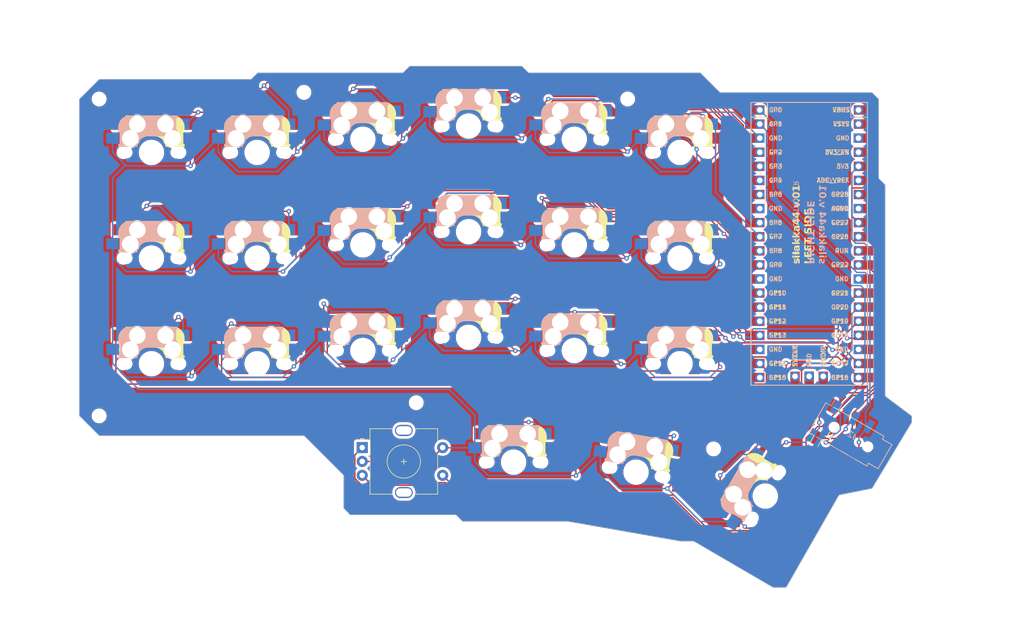
<source format=kicad_pcb>
(kicad_pcb (version 20221018) (generator pcbnew)
  (layers (0 "F.Cu" signal) (31 "B.Cu" signal) (34 "B.Paste" user) (35 "F.Paste" user) (36 "B.SilkS" user "B.Silkscreen") (37 "F.SilkS" user "F.Silkscreen") (38 "B.Mask" user) (39 "F.Mask" user) (44 "Edge.Cuts" user))
  (net 0 "")
  (net 1 "GND")
  (net 2 "1")
  (net 3 "2")
  (net 4 "3")
  (net 5 "4")
  (net 6 "5")
  (net 7 "6")
  (net 8 "7")
  (net 9 "8")
  (net 10 "9")
  (net 11 "10")
  (net 12 "11")
  (net 13 "12")
  (net 14 "13")
  (net 15 "14")
  (net 16 "15")
  (net 17 "16")
  (net 18 "17")
  (net 19 "18")
  (net 20 "19")
  (net 21 "20")
  (net 22 "21")
  (net 38 "TX")
  (net 39 "RX")
  (net 40 "3v3")
  (net 41 "22")
  (net 42 "outputA")
  (net 43 "outputB")
  (footprint "kbd:CherryMX_MidHeight_Hotswap" (layer "F.Cu") (at 113.428043 87.523705 -10)
    (fp_text reference "S19" hide)
    (fp_text value "Keyswitch" hide)
  )
  (footprint "kbd:CherryMX_MidHeight_Hotswap" (layer "F.Cu") (at 102.3 65.594375)
    (fp_text reference "S17" hide)
    (fp_text value "Keyswitch" hide)
  )
  (footprint "kbd:CherryMX_MidHeight_Hotswap" (layer "F.Cu") (at 26.1 48.925625)
    (fp_text reference "S7" hide)
    (fp_text value "Keyswitch" hide)
  )
  (footprint "MountingHole:MountingHole_2.2mm_M2" (layer "F.Cu") (at 127.396875 83.34375)
    (fp_text reference "REF**" hide)
    (fp_text value "MountingHole_2.2mm_M2" hide)
  )
  (footprint "MountingHole:MountingHole_2.2mm_M2" (layer "F.Cu") (at 16.66875 20.240625)
    (fp_text reference "REF**" hide)
    (fp_text value "MountingHole_2.2mm_M2" hide)
  )
  (footprint "kbd:CherryMX_MidHeight_Hotswap" (layer "F.Cu") (at 26.1 67.975625)
    (fp_text reference "S13" hide)
    (fp_text value "Keyswitch" hide)
  )
  (footprint "kbd:CherryMX_MidHeight_Hotswap" (layer "F.Cu") (at 121.35 29.875625)
    (fp_text reference "S6" hide)
    (fp_text value "Keyswitch" hide)
  )
  (footprint "kbd:CherryMX_MidHeight_Hotswap" (layer "F.Cu") (at 121.35 67.975625)
    (fp_text reference "S18" hide)
    (fp_text value "Keyswitch" hide)
  )
  (footprint "kbd:CherryMX_MidHeight_Hotswap" (layer "F.Cu") (at 64.2 27.494375)
    (fp_text reference "S3" hide)
    (fp_text value "Keyswitch" hide)
  )
  (footprint "kbd:CherryMX_MidHeight_Hotswap" (layer "F.Cu") (at 64.2 46.544375)
    (fp_text reference "S9" hide)
    (fp_text value "Keyswitch" hide)
  )
  (footprint "kbd:CherryMX_MidHeight_Hotswap" (layer "F.Cu") (at 45.15 48.925625)
    (fp_text reference "S8" hide)
    (fp_text value "Keyswitch" hide)
  )
  (footprint "MountingHole:MountingHole_2.2mm_M2" (layer "F.Cu") (at 53.578125 19.05)
    (fp_text reference "REF**" hide)
    (fp_text value "MountingHole_2.2mm_M2" hide)
  )
  (footprint "MountingHole:MountingHole_2.2mm_M2" (layer "F.Cu") (at 73.81875 75.009375)
    (fp_text reference "REF**" hide)
    (fp_text value "MountingHole_2.2mm_M2" hide)
  )
  (footprint "kbd:CherryMX_MidHeight_Hotswap" (layer "F.Cu") (at 91.360625 85.725)
    (fp_text reference "S20" hide)
    (fp_text value "Keyswitch" hide)
  )
  (footprint "kbd:CherryMX_MidHeight_Hotswap" (layer "F.Cu") (at 45.15 67.975625)
    (fp_text reference "S14" hide)
    (fp_text value "Keyswitch" hide)
  )
  (footprint "kbd:CherryMX_MidHeight_Hotswap" (layer "F.Cu") (at 83.25 44.163125)
    (fp_text reference "S10" hide)
    (fp_text value "Keyswitch" hide)
  )
  (footprint "ScottoKeebs_MCU:Raspberry_Pi_Pico" (layer "F.Cu") (at 144.62125 46.346875)
    (fp_text reference "U1" hide)
    (fp_text value "Raspberry_Pi_Pico" hide)
  )
  (footprint "MountingHole:MountingHole_2.2mm_M2" (layer "F.Cu") (at 111.91875 20.240625)
    (fp_text reference "REF**" hide)
    (fp_text value "MountingHole_2.2mm_M2" hide)
  )
  (footprint "kbd:CherryMX_MidHeight_Hotswap" (layer "F.Cu") (at 136.710955 91.842259 60)
    (fp_text reference "S21" hide)
    (fp_text value "Keyswitch" hide)
  )
  (footprint "kbd:CherryMX_MidHeight_Hotswap" (layer "F.Cu") (at 121.35 48.925625)
    (fp_text reference "S12" hide)
    (fp_text value "Keyswitch" hide)
  )
  (footprint "Keebio-Parts.pretty-master:RotaryEncoder_EC11" (layer "F.Cu") (at 71.58125 85.60625)
    (fp_text reference "SW1")
    (fp_text value "RotaryEncoder_Switch")
  )
  (footprint "kbd:CherryMX_MidHeight_Hotswap" (layer "F.Cu") (at 26.1 29.875625)
    (fp_text reference "S1" hide)
    (fp_text value "Keyswitch" hide)
  )
  (footprint "MountingHole:MountingHole_2.2mm_M2" (layer "F.Cu") (at 16.66875 77.390625)
    (fp_text reference "REF**" hide)
    (fp_text value "MountingHole_2.2mm_M2" hide)
  )
  (footprint "kbd:CherryMX_MidHeight_Hotswap" (layer "F.Cu") (at 83.25 25.113125)
    (fp_text reference "S4" hide)
    (fp_text value "Keyswitch" hide)
  )
  (footprint "kbd:CherryMX_MidHeight_Hotswap" (layer "F.Cu") (at 45.15 29.875625)
    (fp_text reference "S2" hide)
    (fp_text value "Keyswitch" hide)
  )
  (footprint "kbd:CherryMX_MidHeight_Hotswap" (layer "F.Cu") (at 83.25 63.213125)
    (fp_text reference "S16" hide)
    (fp_text value "Keyswitch" hide)
  )
  (footprint "kbd:CherryMX_MidHeight_Hotswap" (layer "F.Cu") (at 102.3 46.544375)
    (fp_text reference "S11" hide)
    (fp_text value "Keyswitch" hide)
  )
  (footprint "kbd:CherryMX_MidHeight_Hotswap" (layer "F.Cu") (at 64.2 65.594375)
    (fp_text reference "S15" hide)
    (fp_text value "Keyswitch" hide)
  )
  (footprint "kbd:CherryMX_MidHeight_Hotswap" (layer "F.Cu") (at 102.3 27.494375)
    (fp_text reference "S5" hide)
    (fp_text value "Keyswitch" hide)
  )
  (footprint "Connector_Audio:Jack_3.5mm_PJ320D_Horizontal" (layer "F.Cu") (at 151.045495 80.556554 150)
    (fp_text reference "J1")
    (fp_text value "AudioJack4")
  )
  (footprint "Connector_Audio:Jack_3.5mm_PJ320D_Horizontal" (layer "B.Cu") (at 151.045495 80.556554 150)
    (fp_text reference "J2")
    (fp_text value "AudioJack4")
  )
  (gr_poly (pts (xy 13.096875 77.390625) (xy 16.66875 80.9625) (xy 53.578125 80.9625) (xy 55.959375 83.34375) (xy 60.721875 88.10625) (xy 60.721875 94.059375) (xy 61.9125 95.25) (xy 80.9625 95.25) (xy 82.153125 96.440625) (xy 101.203125 96.440625) (xy 121.44375 100.0125) (xy 123.825 100.0125) (xy 138.1125 108.346875) (xy 140.49375 108.346875) (xy 150.01875 91.678125) (xy 155.971875 90.4875) (xy 163.115625 78.58125) (xy 163.115625 77.390625) (xy 158.353125 73.81875) (xy 158.353125 35.71875) (xy 157.1625 34.528125) (xy 157.1625 20.240625) (xy 155.971875 19.05) (xy 128.5875 19.05) (xy 125.015625 15.478125) (xy 94.059375 15.478125) (xy 92.86875 14.2875) (xy 72.628125 14.2875) (xy 71.4375 15.478125) (xy 45.24375 15.478125) (xy 44.053125 16.66875) (xy 16.66875 16.66875) (xy 15.478125 17.859375) (xy 13.096875 20.240625)) (stroke (width 0.1)) (fill none) (layer "Edge.Cuts"))
  (gr_text "silakka44 v.01\nRIGHT SIDE" (at 144.065625 50.00625 270) (layer "B.SilkS") (effects (font (size 1.27 1.27) (thickness 0.254) bold) (justify left bottom mirror)))
  (gr_text "FLIP THE CONTROLLER" (at 141.684375 50.00625 270) (layer "B.SilkS") (effects (font (size 0.889 0.889) (thickness 0.127)) (justify left bottom mirror)))
  (gr_text "silakka44 v.01\nLEFT SIDE" (at 145.25625 50.00625 90) (layer "F.SilkS") (effects (font (size 1.27 1.27) (thickness 0.254) bold) (justify left bottom)))
  (segment (start 90.25 24.765625) (end 92.849375 27.365) (width 0.25) (layer "F.Cu") (net 1))
  (segment (start 128.35 29.829458) (end 126.978833 31.200625) (width 0.25) (layer "F.Cu") (net 1))
  (segment (start 128.5875 50.00625) (end 128.35 49.76875) (width 0.25) (layer "F.Cu") (net 1))
  (segment (start 128.35 65.395625) (end 128.35 68.338125) (width 0.25) (layer "F.Cu") (net 1))
  (segment (start 52.15 65.395625) (end 52.15 68.064376) (width 0.25) (layer "F.Cu") (net 1))
  (segment (start 109.3 27.146875) (end 111.899375 29.74625) (width 0.25) (layer "F.Cu") (net 1))
  (segment (start 126.978833 31.200625) (end 125.442588 31.200625) (width 0.25) (layer "F.Cu") (net 1))
  (segment (start 33.1 46.345625) (end 33.1 51.305625) (width 0.25) (layer "F.Cu") (net 1))
  (segment (start 109.3 63.014375) (end 109.3 66.59125) (width 0.25) (layer "F.Cu") (net 1))
  (segment (start 52.15 68.064376) (end 51.772813 68.441563) (width 0.25) (layer "F.Cu") (net 1))
  (segment (start 71.2 27.146875) (end 71.418125 27.365) (width 0.25) (layer "F.Cu") (net 1))
  (segment (start 128.35 49.76875) (end 128.35 46.345625) (width 0.25) (layer "F.Cu") (net 1))
  (segment (start 64.08125 85.60625) (end 76.08125 85.60625) (width 0.25) (layer "F.Cu") (net 1))
  (segment (start 124.337231 30.095268) (end 124.337231 29.321966) (width 0.25) (layer "F.Cu") (net 1))
  (segment (start 33.1 70.009375) (end 33.318125 70.2275) (width 0.25) (layer "F.Cu") (net 1))
  (segment (start 33.1 51.305625) (end 33.145 51.350625) (width 0.25) (layer "F.Cu") (net 1))
  (segment (start 90.25 60.633125) (end 90.25 64.21) (width 0.25) (layer "F.Cu") (net 1))
  (segment (start 90.25 22.533125) (end 90.25 24.765625) (width 0.25) (layer "F.Cu") (net 1))
  (segment (start 71.2 63.014375) (end 71.2 65.683126) (width 0.25) (layer "F.Cu") (net 1))
  (segment (start 128.35 27.295625) (end 128.35 29.829458) (width 0.25) (layer "F.Cu") (net 1))
  (segment (start 52.15 27.295625) (end 52.15 29.528125) (width 0.25) (layer "F.Cu") (net 1))
  (segment (start 140.49375 82.153125) (end 140.313565 82.153125) (width 0.25) (layer "F.Cu") (net 1))
  (segment (start 33.1 32.255625) (end 33.145 32.300625) (width 0.25) (layer "F.Cu") (net 1))
  (segment (start 134.655206 97.63125) (end 141.684375 90.602081) (width 0.25) (layer "F.Cu") (net 1))
  (segment (start 90.25 41.583125) (end 90.25 44.161875) (width 0.25) (layer "F.Cu") (net 1))
  (segment (start 109.3 66.59125) (end 110.728125 68.019375) (width 0.25) (layer "F.Cu") (net 1))
  (segment (start 146.446875 78.58125) (end 146.446875 77.237916) (width 0.25) (layer "F.Cu") (net 1))
  (segment (start 138.172019 84.490081) (end 137.976609 84.490081) (width 0.25) (layer "F.Cu") (net 1))
  (segment (start 119.0625 90.4875) (end 120.76971 88.78029) (width 0.25) (layer "F.Cu") (net 1))
  (segment (start 98.360625 83.145) (end 102.599765 87.38414) (width 0.25) (layer "F.Cu") (net 1))
  (segment (start 125.442588 31.200625) (end 124.337231 30.095268) (width 0.25) (layer "F.Cu") (net 1))
  (segment (start 90.25 64.21) (end 91.678125 65.638125) (width 0.25) (layer "F.Cu") (net 1))
  (segment (start 52.15 46.345625) (end 52.15 49.014375) (width 0.25) (layer "F.Cu") (net 1))
  (segment (start 90.25 44.161875) (end 92.67625 46.588125) (width 0.25) (layer "F.Cu") (net 1))
  (segment (start 133.023857 97.357091) (end 133.298016 97.63125) (width 0.25) (layer "F.Cu") (net 1))
  (segment (start 133.298016 97.63125) (end 134.655206 97.63125) (width 0.25) (layer "F.Cu") (net 1))
  (segment (start 146.446875 77.237916) (end 148.40532 75.279471) (width 0.25) (layer "F.Cu") (net 1))
  (segment (start 141.684375 90.602081) (end 141.684375 88.002437) (width 0.25) (layer "F.Cu") (net 1))
  (segment (start 140.313565 82.153125) (end 137.976609 84.490081) (width 0.25) (layer "F.Cu") (net 1))
  (segment (start 141.684375 88.002437) (end 138.172019 84.490081) (width 0.25) (layer "F.Cu") (net 1))
  (segment (start 52.15 29.528125) (end 52.368125 29.74625) (width 0.25) (layer "F.Cu") (net 1))
  (segment (start 33.1 27.295625) (end 33.1 32.255625) (width 0.25) (layer "F.Cu") (net 1))
  (segment (start 102.599765 87.38414) (end 102.599765 88.15) (width 0.25) (layer "F.Cu") (net 1))
  (segment (start 76.08125 85.60625) (end 78.58125 83.10625) (width 0.25) (layer "F.Cu") (net 1))
  (segment (start 109.3 46.543125) (end 111.72625 48.969375) (width 0.25) (layer "F.Cu") (net 1))
  (segment (start 71.2 43.964375) (end 71.2 46.633125) (width 0.25) (layer "F.Cu") (net 1))
  (segment (start 52.15 49.014375) (end 49.81375 51.350625) (width 0.25) (layer "F.Cu") (net 1))
  (segment (start 71.2 46.633125) (end 69.036875 48.79625) (width 0.25) (layer "F.Cu") (net 1))
  (segment (start 128.35 68.338125) (end 128.5875 68.575625) (width 0.25) (layer "F.Cu") (net 1))
  (segment (start 33.1 65.395625) (end 33.1 70.009375) (width 0.25) (layer "F.Cu") (net 1))
  (segment (start 109.3 24.914375) (end 109.3 27.146875) (width 0.25) (layer "F.Cu") (net 1))
  (segment (start 71.2 24.914375) (end 71.2 27.146875) (width 0.25) (layer "F.Cu") (net 1))
  (segment (start 120.76971 88.78029) (end 120.76971 86.198438) (width 0.25) (layer "F.Cu") (net 1))
  (segment (start 71.2 65.683126) (end 69.640822 67.242304) (width 0.25) (layer "F.Cu") (net 1))
  (segment (start 109.3 43.964375) (end 109.3 46.543125) (width 0.25) (layer "F.Cu") (net 1))
  (via (at 128.5875 68.575625) (size 0.8) (drill 0.4) (layers "F.Cu" "B.Cu") (net 1))
  (via (at 33.145 51.350625) (size 0.8) (drill 0.4) (layers "F.Cu" "B.Cu") (net 1))
  (via (at 91.678125 65.638125) (size 0.8) (drill 0.4) (layers "F.Cu" "B.Cu") (net 1))
  (via (at 69.036875 48.79625) (size 0.8) (drill 0.4) (layers "F.Cu" "B.Cu") (net 1))
  (via (at 52.368125 29.74625) (size 0.8) (drill 0.4) (layers "F.Cu" "B.Cu") (net 1))
  (via (at 33.145 32.300625) (size 0.8) (drill 0.4) (layers "F.Cu" "B.Cu") (net 1))
  (via (at 124.337231 29.321966) (size 0.8) (drill 0.4) (layers "F.Cu" "B.Cu") (net 1))
  (via (at 140.49375 82.153125) (size 0.8) (drill 0.4) (layers "F.Cu" "B.Cu") (net 1))
  (via (at 92.849375 27.365) (size 0.8) (drill 0.4) (layers "F.Cu" "B.Cu") (net 1))
  (via (at 111.72625 48.969375) (size 0.8) (drill 0.4) (layers "F.Cu" "B.Cu") (net 1))
  (via (at 71.418125 27.365) (size 0.8) (drill 0.4) (layers "F.Cu" "B.Cu") (net 1))
  (via (at 119.0625 90.4875) (size 0.8) (drill 0.4) (layers "F.Cu" "B.Cu") (net 1))
  (via (at 51.772813 68.441563) (size 0.8) (drill 0.4) (layers "F.Cu" "B.Cu") (net 1))
  (via (at 33.318125 70.2275) (size 0.8) (drill 0.4) (layers "F.Cu" "B.Cu") (net 1))
  (via (at 110.728125 68.019375) (size 0.8) (drill 0.4) (layers "F.Cu" "B.Cu") (net 1))
  (via (at 128.5875 50.00625) (size 0.8) (drill 0.4) (layers "F.Cu" "B.Cu") (net 1))
  (via (at 111.899375 29.74625) (size 0.8) (drill 0.4) (layers "F.Cu" "B.Cu") (net 1))
  (via (at 146.446875 78.58125) (size 0.8) (drill 0.4) (layers "F.Cu" "B.Cu") (net 1))
  (via (at 102.599765 88.15) (size 0.8) (drill 0.4) (layers "F.Cu" "B.Cu") (net 1))
  (via (at 69.640822 67.242304) (size 0.8) (drill 0.4) (layers "F.Cu" "B.Cu") (net 1))
  (via (at 49.81375 51.350625) (size 0.8) (drill 0.4) (layers "F.Cu" "B.Cu") (net 1))
  (via (at 92.67625 46.588125) (size 0.8) (drill 0.4) (layers "F.Cu" "B.Cu") (net 1))
  (via (at 133.023857 97.357091) (size 0.8) (drill 0.4) (layers "F.Cu" "B.Cu") (net 1))
  (segment (start 57.2 27.448208) (end 59.671167 29.919375) (width 0.25) (layer "B.Cu") (net 1))
  (segment (start 23.798667 72.628125) (end 79.771875 72.628125) (width 0.25) (layer "B.Cu") (net 1))
  (segment (start 143.910832 82.153125) (end 140.49375 82.153125) (width 0.25) (layer "B.Cu") (net 1))
  (segment (start 97.771167 29.919375) (end 111.72625 29.919375) (width 0.25) (layer "B.Cu") (net 1))
  (segment (start 123.4121 22.621875) (end 131.05625 22.621875) (width 0.25) (layer "B.Cu") (net 1))
  (segment (start 78.62 83.145) (end 78.58125 83.10625) (width 0.25) (layer "B.Cu") (net 1))
  (segment (start 92.67625 65.638125) (end 95.3 63.014375) (width 0.25) (layer "B.Cu") (net 1))
  (segment (start 76.25 60.633125) (end 76.25 63.166958) (width 0.25) (layer "B.Cu") (net 1))
  (segment (start 38.15 29.829458) (end 41.658042 33.3375) (width 0.25) (layer "B.Cu") (net 1))
  (segment (start 59.671167 29.919375) (end 68.86375 29.919375) (width 0.25) (layer "B.Cu") (net 1))
  (segment (start 38.15 67.929458) (end 40.621167 70.400625) (width 0.25) (layer "B.Cu") (net 1))
  (segment (start 114.35 29.829458) (end 117.858042 33.3375) (width 0.25) (layer "B.Cu") (net 1))
  (segment (start 95.3 24.914375) (end 95.3 27.448208) (width 0.25) (layer "B.Cu") (net 1))
  (segment (start 38.15 48.879458) (end 40.621167 51.350625) (width 0.25) (layer "B.Cu") (net 1))
  (segment (start 92.67625 27.538125) (end 92.849375 27.365) (width 0.25) (layer "B.Cu") (net 1))
  (segment (start 131.05625 22.621875) (end 135.73125 27.296875) (width 0.25) (layer "B.Cu") (net 1))
  (segment (start 111.72625 48.969375) (end 114.35 46.345625) (width 0.25) (layer "B.Cu") (net 1))
  (segment (start 92.67625 46.588125) (end 95.3 43.964375) (width 0.25) (layer "B.Cu") (net 1))
  (segment (start 78.721167 65.638125) (end 91.678125 65.638125) (width 0.25) (layer "B.Cu") (net 1))
  (segment (start 76.25 25.066958) (end 78.721167 27.538125) (width 0.25) (layer "B.Cu") (net 1))
  (segment (start 114.35 48.879458) (end 117.858042 52.3875) (width 0.25) (layer "B.Cu") (net 1))
  (segment (start 95.3 65.548208) (end 97.771167 68.019375) (width 0.25) (layer "B.Cu") (net 1))
  (segment (start 114.35 46.345625) (end 114.35 48.879458) (width 0.25) (layer "B.Cu") (net 1))
  (segment (start 19.1 67.929458) (end 23.798667 72.628125) (width 0.25) (layer "B.Cu") (net 1))
  (segment (start 124.38335 29.210624) (end 122.015 26.842274) (width 0.25) (layer "B.Cu") (net 1))
  (segment (start 41.658042 33.3375) (end 48.776875 33.3375) (width 0.25) (layer "B.Cu") (net 1))
  (segment (start 33.145 32.300625) (end 38.15 27.295625) (width 0.25) (layer "B.Cu") (net 1))
  (segment (start 79.771875 72.628125) (end 84.360625 77.216875) (width 0.25) (layer "B.Cu") (net 1))
  (segment (start 84.360625 83.145) (end 84.360625 85.678833) (width 0.25) (layer "B.Cu") (net 1))
  (segment (start 91.678125 65.638125) (end 92.67625 65.638125) (width 0.25) (layer "B.Cu") (net 1))
  (segment (start 19.1 46.345625) (end 19.1 65.395625) (width 0.25) (layer "B.Cu") (net 1))
  (segment (start 76.25 44.116958) (end 78.721167 46.588125) (width 0.25) (layer "B.Cu") (net 1))
  (segment (start 57.2 46.498208) (end 60.708042 50.00625) (width 0.25) (layer "B.Cu") (net 1))
  (segment (start 145.15532 80.908637) (end 143.910832 82.153125) (width 0.25) (layer "B.Cu") (net 1))
  (segment (start 95.3 63.014375) (end 95.3 65.548208) (width 0.25) (layer "B.Cu") (net 1))
  (segment (start 132.107391 96.440625) (end 129.778125 96.440625) (width 0.25) (layer "B.Cu") (net 1))
  (segment (start 19.1 65.395625) (end 19.1 67.929458) (width 0.25) (layer "B.Cu") (net 1))
  (segment (start 76.25 41.583125) (end 76.25 44.116958) (width 0.25) (layer "B.Cu") (net 1))
  (segment (start 21.424333 32.153792) (end 21.571167 32.300625) (width 0.25) (layer "B.Cu") (net 1))
  (segment (start 57.2 65.548208) (end 59.671167 68.019375) (width 0.25) (layer "B.Cu") (net 1))
  (segment (start 84.360625 83.145) (end 78.62 83.145) (width 0.25) (layer "B.Cu") (net 1))
  (segment (start 130.802797 96.440625) (end 130.976609 96.614437) (width 0.25) (layer "B.Cu") (net 1))
  (segment (start 129.778125 96.440625) (end 130.802797 96.440625) (width 0.25) (layer "B.Cu") (net 1))
  (segment (start 33.145 51.350625) (end 38.15 46.345625) (width 0.25) (layer "B.Cu") (net 1))
  (segment (start 19.1 48.879458) (end 21.571167 51.350625) (width 0.25) (layer "B.Cu") (net 1))
  (segment (start 19.1 67.929458) (end 21.571167 70.400625) (width 0.25) (layer "B.Cu") (net 1))
  (segment (start 38.15 27.295625) (end 38.15 29.829458) (width 0.25) (layer "B.Cu") (net 1))
  (segment (start 40.621167 51.350625) (end 49.81375 51.350625) (width 0.25) (layer "B.Cu") (net 1))
  (segment (start 38.15 46.345625) (end 38.15 48.879458) (width 0.25) (layer "B.Cu") (net 1))
  (segment (start 114.35 27.295625) (end 114.35 29.829458) (width 0.25) (layer "B.Cu") (net 1))
  (segment (start 60.708042 50.00625) (end 67.826875 50.00625) (width 0.25) (layer "B.Cu") (net 1))
  (segment (start 126.20625 52.3875) (end 128.5875 50.00625) (width 0.25) (layer "B.Cu") (net 1))
  (segment (start 57.2 24.914375) (end 57.2 27.448208) (width 0.25) (layer "B.Cu") (net 1))
  (segment (start 76.25 63.166958) (end 78.721167 65.638125) (width 0.25) (layer "B.Cu") (net 1))
  (segment (start 71.418125 27.365) (end 76.25 22.533125) (width 0.25) (layer "B.Cu") (net 1))
  (segment (start 92.849375 27.365) (end 95.3 24.914375) (width 0.25) (layer "B.Cu") (net 1))
  (segment (start 126.7625 70.400625) (end 116.821167 70.400625) (width 0.25) (layer "B.Cu") (net 1))
  (segment (start 21.571167 32.300625) (end 33.145 32.300625) (width 0.25) (layer "B.Cu") (net 1))
  (segment (start 97.771167 68.019375) (end 110.728125 68.019375) (width 0.25) (layer "B.Cu") (net 1))
  (segment (start 38.15 65.395625) (end 38.15 67.929458) (width 0.25) (layer "B.Cu") (net 1))
  (segment (start 95.3 46.498208) (end 97.771167 48.969375) (width 0.25) (layer "B.Cu") (net 1))
  (segment (start 145.15532 80.908637) (end 146.446875 79.617082) (width 0.25) (layer "B.Cu") (net 1))
  (segment (start 111.72625 68.019375) (end 114.35 65.395625) (width 0.25) (layer "B.Cu") (net 1))
  (segment (start 59.671167 68.019375) (end 68.86375 68.019375) (width 0.25) (layer "B.Cu") (net 1))
  (segment (start 146.446875 79.617082) (end 146.446875 78.58125) (width 0.25) (layer "B.Cu") (net 1))
  (segment (start 19.1 46.345625) (end 19.1 48.879458) (width 0.25) (layer "B.Cu") (net 1))
  (segment (start 122.015 26.842274) (end 122.015 24.018975) (width 0.25) (layer "B.Cu") (net 1))
  (segment (start 110.728125 68.019375) (end 111.72625 68.019375) (width 0.25) (layer "B.Cu") (net 1))
  (segment (start 111.72625 29.919375) (end 111.899375 29.74625) (width 0.25) (layer "B.Cu") (net 1))
  (segment (start 57.2 43.964375) (end 57.2 46.498208) (width 0.25) (layer "B.Cu") (net 1))
  (segment (start 51.772813 68.441563) (end 57.2 63.014375) (width 0.25) (layer "B.Cu") (net 1))
  (segment (start 78.721167 46.588125) (end 92.67625 46.588125) (width 0.25) (layer "B.Cu") (net 1))
  (segment (start 19.1 27.295625) (end 19.1 29.829458) (width 0.25) (layer "B.Cu") (net 1))
  (segment (start 95.3 43.964375) (end 95.3 46.498208) (width 0.25) (layer "B.Cu") (net 1))
  (segment (start 86.831792 88.15) (end 102.599765 88.15) (width 0.25) (layer "B.Cu") (net 1))
  (segment (start 119.0625 90.4875) (end 110.397315 90.4875) (width 0.25) (layer "B.Cu") (net 1))
  (segment (start 49.81375 70.400625) (end 51.772813 68.441563) (width 0.25) (layer "B.Cu") (net 1))
  (segment (start 116.821167 70.400625) (end 114.35 67.929458) (width 0.25) (layer "B.Cu") (net 1))
  (segment (start 33.318125 70.2275) (end 38.15 65.395625) (width 0.25) (layer "B.Cu") (net 1))
  (segment (start 33.145 70.400625) (end 33.318125 70.2275) (width 0.25) (layer "B.Cu") (net 1))
  (segment (start 95.3 27.448208) (end 97.771167 29.919375) (width 0.25) (layer "B.Cu") (net 1))
  (segment (start 67.826875 50.00625) (end 69.036875 48.79625) (width 0.25) (layer "B.Cu") (net 1))
  (segment (start 19.1 46.345625) (end 19.1 34.478125) (width 0.25) (layer "B.Cu") (net 1))
  (segment (start 69.036875 48.79625) (end 76.25 41.583125) (width 0.25) (layer "B.Cu") (net 1))
  (segment (start 57.2 63.014375) (end 57.2 65.548208) (width 0.25) (layer "B.Cu") (net 1))
  (segment (start 19.1 29.829458) (end 21.424333 32.153792) (width 0.25) (layer "B.Cu") (net 1))
  (segment (start 78.721167 27.538125) (end 92.67625 27.538125) (width 0.25) (layer "B.Cu") (net 1))
  (segment (start 124.38335 31.5146) (end 124.38335 29.210624) (width 0.25) (layer "B.Cu") (net 1))
  (segment (start 128.5875 68.575625) (end 126.7625 70.400625) (width 0.25) (layer "B.Cu") (net 1))
  (segment (start 52.368125 29.74625) (end 57.2 24.914375) (width 0.25) (layer "B.Cu") (net 1))
  (segment (start 21.571167 51.350625) (end 33.145 51.350625) (width 0.25) (layer "B.Cu") (net 1))
  (segment (start 76.25 22.533125) (end 76.25 25.066958) (width 0.25) (layer "B.Cu") (net 1))
  (segment (start 19.1 34.478125) (end 21.424333 32.153792) (width 0.25) (layer "B.Cu") (net 1))
  (segment (start 114.35 67.929458) (end 114.35 65.395625) (width 0.25) (layer "B.Cu") (net 1))
  (segment (start 117.858042 52.3875) (end 126.20625 52.3875) (width 0.25) (layer "B.Cu") (net 1))
  (segment (start 117.858042 33.3375) (end 122.56045 33.3375) (width 0.25) (layer "B.Cu") (net 1))
  (segment (start 133.023857 97.357091) (end 132.107391 96.440625) (width 0.25) (layer "B.Cu") (net 1))
  (segment (start 68.86375 68.019375) (end 76.25 60.633125) (width 0.25) (layer "B.Cu") (net 1))
  (segment (start 84.360625 77.216875) (end 84.360625 83.145) (width 0.25) (layer "B.Cu") (net 1))
  (segment (start 106.982401 87.072586) (end 106.982401 83.767364) (width 0.25) (layer "B.Cu") (net 1))
  (segment (start 84.360625 85.678833) (end 86.831792 88.15) (width 0.25) (layer "B.Cu") (net 1))
  (segment (start 102.599765 88.15) (end 106.982401 83.767364) (width 0.25) (layer "B.Cu") (net 1))
  (segment (start 122.56045 33.3375) (end 124.38335 31.5146) (width 0.25) (layer "B.Cu") (net 1))
  (segment (start 111.899375 29.74625) (end 114.35 27.295625) (width 0.25) (layer "B.Cu") (net 1))
  (segment (start 110.397315 90.4875) (end 106.982401 87.072586) (width 0.25) (layer "B.Cu") (net 1))
  (segment (start 125.015625 96.440625) (end 119.0625 90.4875) (width 0.25) (layer "B.Cu") (net 1))
  (segment (start 40.621167 70.400625) (end 49.81375 70.400625) (width 0.25) (layer "B.Cu") (net 1))
  (segment (start 97.771167 48.969375) (end 111.72625 48.969375) (width 0.25) (layer "B.Cu") (net 1))
  (segment (start 48.776875 33.3375) (end 52.368125 29.74625) (width 0.25) (layer "B.Cu") (net 1))
  (segment (start 122.015 24.018975) (end 123.4121 22.621875) (width 0.25) (layer "B.Cu") (net 1))
  (segment (start 49.81375 51.350625) (end 57.2 43.964375) (width 0.25) (layer "B.Cu") (net 1))
  (segment (start 21.571167 70.400625) (end 33.145 70.400625) (width 0.25) (layer "B.Cu") (net 1))
  (segment (start 129.778125 96.440625) (end 125.015625 96.440625) (width 0.25) (layer "B.Cu") (net 1))
  (segment (start 68.86375 29.919375) (end 71.418125 27.365) (width 0.25) (layer "B.Cu") (net 1))
  (segment (start 34.528125 22.621875) (end 22.53375 22.621875) (width 0.25) (layer "F.Cu") (net 2))
  (segment (start 134.12125 29.836875) (end 132.75625 28.471875) (width 0.25) (layer "F.Cu") (net 2))
  (segment (start 22.53375 22.621875) (end 20.4 24.755625) (width 0.25) (layer "F.Cu") (net 2))
  (segment (start 132.75625 24.963604) (end 124.600771 16.808125) (width 0.25) (layer "F.Cu") (net 2))
  (segment (start 132.75625 28.471875) (end 132.75625 24.963604) (width 0.25) (layer "F.Cu") (net 2))
  (segment (start 39.290625 22.621875) (end 34.528125 22.621875) (width 0.25) (layer "F.Cu") (net 2))
  (segment (start 135.73125 29.836875) (end 134.12125 29.836875) (width 0.25) (layer "F.Cu") (net 2))
  (segment (start 45.104375 16.808125) (end 39.290625 22.621875) (width 0.25) (layer "F.Cu") (net 2))
  (segment (start 124.600771 16.808125) (end 45.104375 16.808125) (width 0.25) (layer "F.Cu") (net 2))
  (via (at 34.528125 22.621875) (size 0.8) (drill 0.4) (layers "F.Cu" "B.Cu") (net 2))
  (segment (start 32.394375 24.755625) (end 34.528125 22.621875) (width 0.25) (layer "B.Cu") (net 2))
  (segment (start 31.8 24.755625) (end 32.394375 24.755625) (width 0.25) (layer "B.Cu") (net 2))
  (segment (start 46.390312 17.815312) (end 39.45 24.755625) (width 0.25) (layer "F.Cu") (net 3))
  (segment (start 132.217646 32.376875) (end 132.217646 25.061396) (width 0.25) (layer "F.Cu") (net 3))
  (segment (start 46.9475 17.258125) (end 46.390312 17.815312) (width 0.25) (layer "F.Cu") (net 3))
  (segment (start 135.73125 32.376875) (end 132.217646 32.376875) (width 0.25) (layer "F.Cu") (net 3))
  (segment (start 132.217646 25.061396) (end 124.414375 17.258125) (width 0.25) (layer "F.Cu") (net 3))
  (segment (start 124.414375 17.258125) (end 46.9475 17.258125) (width 0.25) (layer "F.Cu") (net 3))
  (via (at 46.390312 17.815312) (size 0.8) (drill 0.4) (layers "F.Cu" "B.Cu") (net 3))
  (segment (start 50.85 22.275) (end 46.390312 17.815312) (width 0.25) (layer "B.Cu") (net 3))
  (segment (start 50.85 24.755625) (end 50.85 22.275) (width 0.25) (layer "B.Cu") (net 3))
  (segment (start 63.16625 17.708125) (end 62.46375 18.410625) (width 0.25) (layer "F.Cu") (net 4))
  (segment (start 131.41875 32.214375) (end 131.41875 25.370958) (width 0.25) (layer "F.Cu") (net 4))
  (segment (start 123.755917 17.708125) (end 63.16625 17.708125) (width 0.25) (layer "F.Cu") (net 4))
  (segment (start 134.12125 34.916875) (end 131.41875 32.214375) (width 0.25) (layer "F.Cu") (net 4))
  (segment (start 62.46375 18.410625) (end 58.5 22.374375) (width 0.25) (layer "F.Cu") (net 4))
  (segment (start 135.73125 34.916875) (end 134.12125 34.916875) (width 0.25) (layer "F.Cu") (net 4))
  (segment (start 131.41875 25.370958) (end 123.755917 17.708125) (width 0.25) (layer "F.Cu") (net 4))
  (via (at 62.46375 18.410625) (size 0.8) (drill 0.4) (layers "F.Cu" "B.Cu") (net 4))
  (segment (start 65.93625 18.410625) (end 62.46375 18.410625) (width 0.25) (layer "B.Cu") (net 4))
  (segment (start 69.9 22.374375) (end 65.93625 18.410625) (width 0.25) (layer "B.Cu") (net 4))
  (segment (start 131.51625 37.456875) (end 130.96875 36.909375) (width 0.25) (layer "F.Cu") (net 5))
  (segment (start 130.96875 36.909375) (end 130.96875 25.557354) (width 0.25) (layer "F.Cu") (net 5))
  (segment (start 135.73125 37.456875) (end 131.51625 37.456875) (width 0.25) (layer "F.Cu") (net 5))
  (segment (start 123.569521 18.158125) (end 96.440625 18.158125) (width 0.25) (layer "F.Cu") (net 5))
  (segment (start 91.678125 19.993125) (end 94.605625 19.993125) (width 0.25) (layer "F.Cu") (net 5))
  (segment (start 96.440625 18.158125) (end 79.385 18.158125) (width 0.25) (layer "F.Cu") (net 5))
  (segment (start 94.605625 19.993125) (end 96.440625 18.158125) (width 0.25) (layer "F.Cu") (net 5))
  (segment (start 79.385 18.158125) (end 77.55 19.993125) (width 0.25) (layer "F.Cu") (net 5))
  (segment (start 130.96875 25.557354) (end 123.569521 18.158125) (width 0.25) (layer "F.Cu") (net 5))
  (via (at 91.678125 19.993125) (size 0.8) (drill 0.4) (layers "F.Cu" "B.Cu") (net 5))
  (segment (start 88.95 19.993125) (end 91.678125 19.993125) (width 0.25) (layer "B.Cu") (net 5))
  (segment (start 134.12125 42.536875) (end 129.825 38.240625) (width 0.25) (layer "F.Cu") (net 6))
  (segment (start 97.63125 20.240625) (end 96.6 21.271875) (width 0.25) (layer "F.Cu") (net 6))
  (segment (start 125.314375 20.539375) (end 114.3 20.539375) (width 0.25) (layer "F.Cu") (net 6))
  (segment (start 109.5375 20.539375) (end 109.5375 21.006001) (width 0.25) (layer "F.Cu") (net 6))
  (segment (start 96.6 21.271875) (end 96.6 22.374375) (width 0.25) (layer "F.Cu") (net 6))
  (segment (start 114.3 21.006001) (end 114.3 20.539375) (width 0.25) (layer "F.Cu") (net 6))
  (segment (start 135.73125 42.536875) (end 134.12125 42.536875) (width 0.25) (layer "F.Cu") (net 6))
  (segment (start 109.5375 21.006001) (end 111.153374 22.621875) (width 0.25) (layer "F.Cu") (net 6))
  (segment (start 109.5375 20.539375) (end 98.435 20.539375) (width 0.25) (layer "F.Cu") (net 6))
  (segment (start 98.435 20.539375) (end 96.6 22.374375) (width 0.25) (layer "F.Cu") (net 6))
  (segment (start 111.153374 22.621875) (end 112.684126 22.621875) (width 0.25) (layer "F.Cu") (net 6))
  (segment (start 129.825 25.05) (end 125.314375 20.539375) (width 0.25) (layer "F.Cu") (net 6))
  (segment (start 129.825 38.240625) (end 129.825 25.05) (width 0.25) (layer "F.Cu") (net 6))
  (segment (start 112.684126 22.621875) (end 114.3 21.006001) (width 0.25) (layer "F.Cu") (net 6))
  (via (at 97.63125 20.240625) (size 0.8) (drill 0.4) (layers "F.Cu" "B.Cu") (net 6))
  (segment (start 108 22.374375) (end 105.86625 20.240625) (width 0.25) (layer "B.Cu") (net 6))
  (segment (start 105.86625 20.240625) (end 97.63125 20.240625) (width 0.25) (layer "B.Cu") (net 6))
  (segment (start 117.485 22.920625) (end 115.65 24.755625) (width 0.25) (layer "F.Cu") (net 7))
  (segment (start 125.051158 22.920625) (end 117.485 22.920625) (width 0.25) (layer "F.Cu") (net 7))
  (segment (start 125.477408 23.346875) (end 125.051158 22.920625) (width 0.25) (layer "F.Cu") (net 7))
  (via (at 125.477408 23.346875) (size 0.8) (drill 0.4) (layers "F.Cu" "B.Cu") (net 7))
  (segment (start 127.05 24.755625) (end 127.755 25.460625) (width 0.25) (layer "B.Cu") (net 7))
  (segment (start 127.05 24.755625) (end 126.886158 24.755625) (width 0.25) (layer "B.Cu") (net 7))
  (segment (start 126.886158 24.755625) (end 125.477408 23.346875) (width 0.25) (layer "B.Cu") (net 7))
  (segment (start 127.755 37.100625) (end 135.73125 45.076875) (width 0.25) (layer "B.Cu") (net 7))
  (segment (start 127.755 25.460625) (end 127.755 37.100625) (width 0.25) (layer "B.Cu") (net 7))
  (segment (start 132.75625 44.485666) (end 127.851834 39.58125) (width 0.25) (layer "F.Cu") (net 8))
  (segment (start 104.810146 35.858125) (end 73.078125 35.858125) (width 0.25) (layer "F.Cu") (net 8))
  (segment (start 132.75625 46.251875) (end 132.75625 44.485666) (width 0.25) (layer "F.Cu") (net 8))
  (segment (start 127.851834 39.58125) (end 108.533271 39.58125) (width 0.25) (layer "F.Cu") (net 8))
  (segment (start 26.0646 38.689375) (end 25.233238 39.520738) (width 0.25) (layer "F.Cu") (net 8))
  (segment (start 70.246875 38.689375) (end 40.48125 38.689375) (width 0.25) (layer "F.Cu") (net 8))
  (segment (start 73.078125 35.858125) (end 70.246875 38.689375) (width 0.25) (layer "F.Cu") (net 8))
  (segment (start 134.12125 47.616875) (end 132.75625 46.251875) (width 0.25) (layer "F.Cu") (net 8))
  (segment (start 20.94835 43.805625) (end 20.4 43.805625) (width 0.25) (layer "F.Cu") (net 8))
  (segment (start 32.58 37.065625) (end 30.95625 38.689375) (width 0.25) (layer "F.Cu") (net 8))
  (segment (start 108.533271 39.58125) (end 104.810146 35.858125) (width 0.25) (layer "F.Cu") (net 8))
  (segment (start 40.48125 38.689375) (end 38.8575 37.065625) (width 0.25) (layer "F.Cu") (net 8))
  (segment (start 25.233238 39.520738) (end 20.94835 43.805625) (width 0.25) (layer "F.Cu") (net 8))
  (segment (start 38.8575 37.065625) (end 32.58 37.065625) (width 0.25) (layer "F.Cu") (net 8))
  (segment (start 135.73125 47.616875) (end 134.12125 47.616875) (width 0.25) (layer "F.Cu") (net 8))
  (segment (start 30.95625 38.689375) (end 26.0646 38.689375) (width 0.25) (layer "F.Cu") (net 8))
  (via (at 25.233238 39.520738) (size 0.8) (drill 0.4) (layers "F.Cu" "B.Cu") (net 8))
  (segment (start 31.8 43.805625) (end 27.515113 39.520738) (width 0.25) (layer "B.Cu") (net 8))
  (segment (start 27.515113 39.520738) (end 25.233238 39.520738) (width 0.25) (layer "B.Cu") (net 8))
  (segment (start 131.941396 50.156875) (end 131.941396 44.307208) (width 0.25) (layer "F.Cu") (net 9))
  (segment (start 44.11625 39.139375) (end 39.45 43.805625) (width 0.25) (layer "F.Cu") (net 9))
  (segment (start 71.4375 39.139375) (end 44.11625 39.139375) (width 0.25) (layer "F.Cu") (net 9))
  (segment (start 127.665438 40.03125) (end 108.346875 40.03125) (width 0.25) (layer "F.Cu") (net 9))
  (segment (start 132.791396 51.006875) (end 131.941396 50.156875) (width 0.25) (layer "F.Cu") (net 9))
  (segment (start 135.73125 50.156875) (end 134.88125 51.006875) (width 0.25) (layer "F.Cu") (net 9))
  (segment (start 104.62375 36.308125) (end 74.26875 36.308125) (width 0.25) (layer "F.Cu") (net 9))
  (segment (start 134.88125 51.006875) (end 132.791396 51.006875) (width 0.25) (layer "F.Cu") (net 9))
  (segment (start 47.525625 40.48125) (end 46.18375 39.139375) (width 0.25) (layer "F.Cu") (net 9))
  (segment (start 131.941396 44.307208) (end 127.665438 40.03125) (width 0.25) (layer "F.Cu") (net 9))
  (segment (start 50.85 40.48125) (end 47.525625 40.48125) (width 0.25) (layer "F.Cu") (net 9))
  (segment (start 74.26875 36.308125) (end 71.4375 39.139375) (width 0.25) (layer "F.Cu") (net 9))
  (segment (start 108.346875 40.03125) (end 104.62375 36.308125) (width 0.25) (layer "F.Cu") (net 9))
  (segment (start 46.18375 39.139375) (end 44.11625 39.139375) (width 0.25) (layer "F.Cu") (net 9))
  (via (at 50.85 40.48125) (size 0.8) (drill 0.4) (layers "F.Cu" "B.Cu") (net 9))
  (segment (start 50.85 43.805625) (end 50.85 40.48125) (width 0.25) (layer "B.Cu") (net 9))
  (segment (start 133.150146 55.236875) (end 131.491396 53.578125) (width 0.25) (layer "F.Cu") (net 10))
  (segment (start 131.491396 44.493604) (end 127.479042 40.48125) (width 0.25) (layer "F.Cu") (net 10))
  (segment (start 72.203218 39.589375) (end 60.335 39.589375) (width 0.25) (layer "F.Cu") (net 10))
  (segment (start 60.335 39.589375) (end 58.5 41.424375) (width 0.25) (layer "F.Cu") (net 10))
  (segment (start 104.058192 36.758125) (end 75.034468 36.758125) (width 0.25) (layer "F.Cu") (net 10))
  (segment (start 135.73125 55.236875) (end 133.150146 55.236875) (width 0.25) (layer "F.Cu") (net 10))
  (segment (start 75.034468 36.758125) (end 72.203218 39.589375) (width 0.25) (layer "F.Cu") (net 10))
  (segment (start 107.781317 40.48125) (end 104.058192 36.758125) (width 0.25) (layer "F.Cu") (net 10))
  (segment (start 131.491396 53.578125) (end 131.491396 44.493604) (width 0.25) (layer "F.Cu") (net 10))
  (segment (start 127.479042 40.48125) (end 107.781317 40.48125) (width 0.25) (layer "F.Cu") (net 10))
  (via (at 72.203218 39.589375) (size 0.8) (drill 0.4) (layers "F.Cu" "B.Cu") (net 10))
  (segment (start 69.9 41.424375) (end 70.368218 41.424375) (width 0.25) (layer "B.Cu") (net 10))
  (segment (start 70.368218 41.424375) (end 72.203218 39.589375) (width 0.25) (layer "B.Cu") (net 10))
  (segment (start 135.73125 57.776875) (end 134.88125 58.626875) (width 0.25) (layer "F.Cu") (net 11))
  (segment (start 79.385 37.208125) (end 77.55 39.043125) (width 0.25) (layer "F.Cu") (net 11))
  (segment (start 131.891396 58.626875) (end 131.041396 57.776875) (width 0.25) (layer "F.Cu") (net 11))
  (segment (start 127.432021 41.070625) (end 107.734296 41.070625) (width 0.25) (layer "F.Cu") (net 11))
  (segment (start 107.734296 41.070625) (end 103.871796 37.208125) (width 0.25) (layer "F.Cu") (net 11))
  (segment (start 131.041396 44.68) (end 127.432021 41.070625) (width 0.25) (layer "F.Cu") (net 11))
  (segment (start 134.88125 58.626875) (end 131.891396 58.626875) (width 0.25) (layer "F.Cu") (net 11))
  (segment (start 131.041396 57.776875) (end 131.041396 44.68) (width 0.25) (layer "F.Cu") (net 11))
  (segment (start 103.871796 37.208125) (end 79.385 37.208125) (width 0.25) (layer "F.Cu") (net 11))
  (via (at 77.55 39.043125) (size 0.8) (drill 0.4) (layers "F.Cu" "B.Cu") (net 11))
  (segment (start 79.385 37.208125) (end 77.55 39.043125) (width 0.25) (layer "B.Cu") (net 11))
  (segment (start 87.115 37.208125) (end 79.385 37.208125) (width 0.25) (layer "B.Cu") (net 11))
  (segment (start 88.95 39.043125) (end 87.115 37.208125) (width 0.25) (layer "B.Cu") (net 11))
  (segment (start 104.127275 38.1) (end 106.715 40.687725) (width 0.25) (layer "F.Cu") (net 12))
  (segment (start 106.715 40.687725) (end 106.715 41.520625) (width 0.25) (layer "F.Cu") (net 12))
  (segment (start 96.6 38.259375) (end 96.6 41.424375) (width 0.25) (layer "F.Cu") (net 12))
  (segment (start 106.715 41.520625) (end 127.245625 41.520625) (width 0.25) (layer "F.Cu") (net 12))
  (segment (start 130.275 55.9125) (end 130.228125 55.959375) (width 0.25) (layer "F.Cu") (net 12))
  (segment (start 130.228125 55.959375) (end 130.228125 57.6) (width 0.25) (layer "F.Cu") (net 12))
  (segment (start 127.245625 41.520625) (end 130.275 44.55) (width 0.25) (layer "F.Cu") (net 12))
  (segment (start 96.440625 38.1) (end 96.6 38.259375) (width 0.25) (layer "F.Cu") (net 12))
  (segment (start 132.945 60.316875) (end 135.73125 60.316875) (width 0.25) (layer "F.Cu") (net 12))
  (segment (start 96.440625 38.1) (end 104.127275 38.1) (width 0.25) (layer "F.Cu") (net 12))
  (segment (start 130.228125 57.6) (end 132.945 60.316875) (width 0.25) (layer "F.Cu") (net 12))
  (segment (start 130.275 44.55) (end 130.275 55.9125) (width 0.25) (layer "F.Cu") (net 12))
  (via (at 96.440625 38.1) (size 0.8) (drill 0.4) (layers "F.Cu" "B.Cu") (net 12))
  (segment (start 97.93 39.589375) (end 106.165 39.589375) (width 0.25) (layer "B.Cu") (net 12))
  (segment (start 106.165 39.589375) (end 108 41.424375) (width 0.25) (layer "B.Cu") (net 12))
  (segment (start 96.440625 38.1) (end 97.93 39.589375) (width 0.25) (layer "B.Cu") (net 12))
  (segment (start 129.825 45.020625) (end 129.825 53.53125) (width 0.25) (layer "F.Cu") (net 13))
  (segment (start 129.778125 53.578125) (end 129.778125 58.51375) (width 0.25) (layer "F.Cu") (net 13))
  (segment (start 129.778125 58.51375) (end 134.12125 62.856875) (width 0.25) (layer "F.Cu") (net 13))
  (segment (start 134.12125 62.856875) (end 135.73125 62.856875) (width 0.25) (layer "F.Cu") (net 13))
  (segment (start 117.485 41.970625) (end 126.775 41.970625) (width 0.25) (layer "F.Cu") (net 13))
  (segment (start 126.775 41.970625) (end 129.825 45.020625) (width 0.25) (layer "F.Cu") (net 13))
  (segment (start 129.825 53.53125) (end 129.778125 53.578125) (width 0.25) (layer "F.Cu") (net 13))
  (segment (start 115.65 43.805625) (end 117.485 41.970625) (width 0.25) (layer "F.Cu") (net 13))
  (via (at 129.265472 44.565778) (size 0.8) (drill 0.4) (layers "F.Cu" "B.Cu") (net 13))
  (segment (start 127.05 43.805625) (end 128.505319 43.805625) (width 0.25) (layer "B.Cu") (net 13))
  (segment (start 128.505319 43.805625) (end 129.265472 44.565778) (width 0.25) (layer "B.Cu") (net 13))
  (segment (start 29.466875 61.020625) (end 22.235 61.020625) (width 0.25) (layer "F.Cu") (net 14))
  (segment (start 21.645625 71.651875) (end 136.90625 71.651875) (width 0.25) (layer "F.Cu") (net 14))
  (segment (start 136.921875 71.63625) (end 136.921875 69.1275) (width 0.25) (layer "F.Cu") (net 14))
  (segment (start 30.95625 59.53125) (end 29.466875 61.020625) (width 0.25) (layer "F.Cu") (net 14))
  (segment (start 136.90625 71.651875) (end 136.921875 71.63625) (width 0.25) (layer "F.Cu") (net 14))
  (segment (start 19.695 63.560625) (end 19.695 69.70125) (width 0.25) (layer "F.Cu") (net 14))
  (segment (start 20.4 62.855625) (end 19.695 63.560625) (width 0.25) (layer "F.Cu") (net 14))
  (segment (start 19.695 69.70125) (end 21.645625 71.651875) (width 0.25) (layer "F.Cu") (net 14))
  (segment (start 136.921875 69.1275) (end 135.73125 67.936875) (width 0.25) (layer "F.Cu") (net 14))
  (segment (start 22.235 61.020625) (end 20.4 62.855625) (width 0.25) (layer "F.Cu") (net 14))
  (via (at 30.95625 59.53125) (size 0.8) (drill 0.4) (layers "F.Cu" "B.Cu") (net 14))
  (segment (start 31.8 60.375) (end 30.95625 59.53125) (width 0.25) (layer "B.Cu") (net 14))
  (segment (start 31.8 62.855625) (end 31.8 60.375) (width 0.25) (layer "B.Cu") (net 14))
  (segment (start 38.745 62.458125) (end 38.745 69.70125) (width 0.25) (layer "F.Cu") (net 15))
  (segment (start 40.48125 60.721875) (end 39.290625 61.9125) (width 0.25) (layer "F.Cu") (net 15))
  (segment (start 39.290625 61.9125) (end 38.745 62.458125) (width 0.25) (layer "F.Cu") (net 15))
  (segment (start 39.45 62.071875) (end 39.290625 61.9125) (width 0.25) (layer "F.Cu") (net 15))
  (segment (start 38.745 69.70125) (end 39.520625 70.476875) (width 0.25) (layer "F.Cu") (net 15))
  (segment (start 39.520625 70.476875) (end 135.73125 70.476875) (width 0.25) (layer "F.Cu") (net 15))
  (segment (start 39.45 62.855625) (end 39.45 62.071875) (width 0.25) (layer "F.Cu") (net 15))
  (via (at 40.48125 60.721875) (size 0.8) (drill 0.4) (layers "F.Cu" "B.Cu") (net 15))
  (segment (start 40.78 61.020625) (end 49.015 61.020625) (width 0.25) (layer "B.Cu") (net 15))
  (segment (start 40.48125 60.721875) (end 40.78 61.020625) (width 0.25) (layer "B.Cu") (net 15))
  (segment (start 49.015 61.020625) (end 50.85 62.855625) (width 0.25) (layer "B.Cu") (net 15))
  (segment (start 132.75625 66.761875) (end 149.79625 66.761875) (width 0.25) (layer "F.Cu") (net 16))
  (segment (start 57.795 66.143208) (end 60.952417 69.300625) (width 0.25) (layer "F.Cu") (net 16))
  (segment (start 122.623351 65.550625) (end 124.625 67.552274) (width 0.25) (layer "F.Cu") (net 16))
  (segment (start 57.15 59.124375) (end 57.15 57.15) (width 0.25) (layer "F.Cu") (net 16))
  (segment (start 118.925 67.633037) (end 118.925 66.971157) (width 0.25) (layer "F.Cu") (net 16))
  (segment (start 124.625 67.552274) (end 124.625 68.483037) (width 0.25) (layer "F.Cu") (net 16))
  (segment (start 149.79625 66.761875) (end 153.51125 70.476875) (width 0.25) (layer "F.Cu") (net 16))
  (segment (start 118.925 66.971157) (end 120.345532 65.550625) (width 0.25) (layer "F.Cu") (net 16))
  (segment (start 125.442588 69.300625) (end 130.2175 69.300625) (width 0.25) (layer "F.Cu") (net 16))
  (segment (start 58.5 60.474375) (end 57.795 61.179375) (width 0.25) (layer "F.Cu") (net 16))
  (segment (start 120.345532 65.550625) (end 122.623351 65.550625) (width 0.25) (layer "F.Cu") (net 16))
  (segment (start 124.625 68.483037) (end 125.442588 69.300625) (width 0.25) (layer "F.Cu") (net 16))
  (segment (start 57.15 59.124375) (end 58.5 60.474375) (width 0.25) (layer "F.Cu") (net 16))
  (segment (start 130.2175 69.300625) (end 132.75625 66.761875) (width 0.25) (layer "F.Cu") (net 16))
  (segment (start 57.795 61.179375) (end 57.795 66.143208) (width 0.25) (layer "F.Cu") (net 16))
  (segment (start 60.952417 69.300625) (end 117.257412 69.300625) (width 0.25) (layer "F.Cu") (net 16))
  (segment (start 117.257412 69.300625) (end 118.925 67.633037) (width 0.25) (layer "F.Cu") (net 16))
  (via (at 57.15 57.15) (size 0.8) (drill 0.4) (layers "F.Cu" "B.Cu") (net 16))
  (segment (start 58.591613 58.591613) (end 68.017238 58.591613) (width 0.25) (layer "B.Cu") (net 16))
  (segment (start 57.15 57.15) (end 58.591613 58.591613) (width 0.25) (layer "B.Cu") (net 16))
  (segment (start 68.017238 58.591613) (end 69.9 60.474375) (width 0.25) (layer "B.Cu") (net 16))
  (segment (start 125.314375 56.258125) (end 132.159375 63.103125) (width 0.25) (layer "F.Cu") (net 17))
  (segment (start 148.828125 65.484375) (end 151.05875 65.484375) (width 0.25) (layer "F.Cu") (net 17))
  (segment (start 77.55 58.093125) (end 79.385 56.258125) (width 0.25) (layer "F.Cu") (net 17))
  (segment (start 91.678125 56.258125) (end 125.314375 56.258125) (width 0.25) (layer "F.Cu") (net 17))
  (segment (start 79.385 56.258125) (end 91.678125 56.258125) (width 0.25) (layer "F.Cu") (net 17))
  (segment (start 151.05875 65.484375) (end 153.51125 67.936875) (width 0.25) (layer "F.Cu") (net 17))
  (via (at 148.828125 65.484375) (size 0.8) (drill 0.4) (layers "F.Cu" "B.Cu") (net 17))
  (via (at 91.678125 56.258125) (size 0.8) (drill 0.4) (layers "F.Cu" "B.Cu") (net 17))
  (via (at 132.159375 63.103125) (size 0.8) (drill 0.4) (layers "F.Cu" "B.Cu") (net 17))
  (segment (start 133.088125 64.031875) (end 147.375625 64.031875) (width 0.25) (layer "B.Cu") (net 17))
  (segment (start 89.843125 58.093125) (end 91.678125 56.258125) (width 0.25) (layer "B.Cu") (net 17))
  (segment (start 88.95 58.093125) (end 89.843125 58.093125) (width 0.25) (layer "B.Cu") (net 17))
  (segment (start 147.375625 64.031875) (end 148.828125 65.484375) (width 0.25) (layer "B.Cu") (net 17))
  (segment (start 132.159375 63.103125) (end 133.088125 64.031875) (width 0.25) (layer "B.Cu") (net 17))
  (segment (start 98.435 58.639375) (end 102.39375 58.639375) (width 0.25) (layer "F.Cu") (net 18))
  (segment (start 102.39375 58.639375) (end 126.505 58.639375) (width 0.25) (layer "F.Cu") (net 18))
  (segment (start 152.994534 63.373591) (end 153.51125 62.856875) (width 0.25) (layer "F.Cu") (net 18))
  (segment (start 126.505 58.639375) (end 130.96875 63.103125) (width 0.25) (layer "F.Cu") (net 18))
  (segment (start 96.6 60.474375) (end 98.435 58.639375) (width 0.25) (layer "F.Cu") (net 18))
  (segment (start 151.47984 63.373591) (end 152.994534 63.373591) (width 0.25) (layer "F.Cu") (net 18))
  (via (at 130.96875 63.103125) (size 0.8) (drill 0.4) (layers "F.Cu" "B.Cu") (net 18))
  (via (at 102.39375 58.639375) (size 0.8) (drill 0.4) (layers "F.Cu" "B.Cu") (net 18))
  (via (at 151.47984 63.373591) (size 0.8) (drill 0.4) (layers "F.Cu" "B.Cu") (net 18))
  (segment (start 134.5275 61.681875) (end 149.788124 61.681875) (width 0.25) (layer "B.Cu") (net 18))
  (segment (start 131.69375 62.378125) (end 133.83125 62.378125) (width 0.25) (layer "B.Cu") (net 18))
  (segment (start 149.788124 61.681875) (end 151.47984 63.373591) (width 0.25) (layer "B.Cu") (net 18))
  (segment (start 106.165 58.639375) (end 102.39375 58.639375) (width 0.25) (layer "B.Cu") (net 18))
  (segment (start 108 60.474375) (end 106.165 58.639375) (width 0.25) (layer "B.Cu") (net 18))
  (segment (start 133.83125 62.378125) (end 134.5275 61.681875) (width 0.25) (layer "B.Cu") (net 18))
  (segment (start 130.96875 63.103125) (end 131.69375 62.378125) (width 0.25) (layer "B.Cu") (net 18))
  (segment (start 115.65 62.855625) (end 117.485 61.020625) (width 0.25) (layer "F.Cu") (net 19))
  (segment (start 129.532812 63.348438) (end 130.40625 64.221875) (width 0.25) (layer "F.Cu") (net 19))
  (segment (start 127.205 61.020625) (end 129.532812 63.348438) (width 0.25) (layer "F.Cu") (net 19))
  (segment (start 149.60625 64.221875) (end 153.51125 60.316875) (width 0.25) (layer "F.Cu") (net 19))
  (segment (start 130.40625 64.221875) (end 149.60625 64.221875) (width 0.25) (layer "F.Cu") (net 19))
  (segment (start 117.485 61.020625) (end 127.205 61.020625) (width 0.25) (layer "F.Cu") (net 19))
  (via (at 129.532812 63.348438) (size 0.8) (drill 0.4) (layers "F.Cu" "B.Cu") (net 19))
  (segment (start 129.039999 62.855625) (end 129.532812 63.348438) (width 0.25) (layer "B.Cu") (net 19))
  (segment (start 127.05 62.855625) (end 129.039999 62.855625) (width 0.25) (layer "B.Cu") (net 19))
  (segment (start 115.923565 80.204815) (end 116.420317 80.701567) (width 0.25) (layer "F.Cu") (net 20))
  (segment (start 109.990597 80.204815) (end 115.923565 80.204815) (width 0.25) (layer "F.Cu") (net 20))
  (segment (start 123.90001 73.221875) (end 143.25625 73.221875) (width 0.25) (layer "F.Cu") (net 20))
  (segment (start 108.703717 81.491695) (end 109.990597 80.204815) (width 0.25) (layer "F.Cu") (net 20))
  (segment (start 144.580472 67.937653) (end 149.946722 67.937653) (width 0.25) (layer "F.Cu") (net 20))
  (segment (start 143.25625 69.261875) (end 144.580472 67.937653) (width 0.25) (layer "F.Cu") (net 20))
  (segment (start 143.25625 73.221875) (end 143.25625 69.261875) (width 0.25) (layer "F.Cu") (net 20))
  (segment (start 116.68125 80.9625) (end 120.253125 80.9625) (width 0.25) (layer "F.Cu") (net 20))
  (segment (start 116.420317 80.701567) (end 116.68125 80.9625) (width 0.25) (layer "F.Cu") (net 20))
  (segment (start 116.420317 80.701567) (end 123.90001 73.221875) (width 0.25) (layer "F.Cu") (net 20))
  (via (at 149.946722 67.937653) (size 0.8) (drill 0.4) (layers "F.Cu" "B.Cu") (net 20))
  (via (at 120.253125 80.9625) (size 0.8) (drill 0.4) (layers "F.Cu" "B.Cu") (net 20))
  (segment (start 152.33625 65.548125) (end 152.33625 58.951875) (width 0.25) (layer "B.Cu") (net 20))
  (segment (start 119.930526 81.285099) (end 119.930526 83.471284) (width 0.25) (layer "B.Cu") (net 20))
  (segment (start 152.33625 58.951875) (end 153.51125 57.776875) (width 0.25) (layer "B.Cu") (net 20))
  (segment (start 120.253125 80.9625) (end 119.930526 81.285099) (width 0.25) (layer "B.Cu") (net 20))
  (segment (start 149.946722 67.937653) (end 152.33625 65.548125) (width 0.25) (layer "B.Cu") (net 20))
  (segment (start 140.49375 69.484375) (end 140.49375 67.865625) (width 0.25) (layer "F.Cu") (net 21))
  (segment (start 149.859222 62.943597) (end 149.859222 58.888903) (width 0.25) (layer "F.Cu") (net 21))
  (segment (start 85.660625 80.605) (end 93.49375 72.771875) (width 0.25) (layer "F.Cu") (net 21))
  (segment (start 93.49375 72.771875) (end 137.20625 72.771875) (width 0.25) (layer "F.Cu") (net 21))
  (segment (start 85.660625 80.605) (end 87.764293 78.501332) (width 0.25) (layer "F.Cu") (net 21))
  (segment (start 137.20625 72.771875) (end 140.49375 69.484375) (width 0.25) (layer "F.Cu") (net 21))
  (segment (start 87.764293 78.501332) (end 94.065523 78.501332) (width 0.25) (layer "F.Cu") (net 21))
  (segment (start 149.859222 58.888903) (end 153.51125 55.236875) (width 0.25) (layer "F.Cu") (net 21))
  (via (at 149.859222 62.943597) (size 0.8) (drill 0.4) (layers "F.Cu" "B.Cu") (net 21))
  (via (at 94.065523 78.501332) (size 0.8) (drill 0.4) (layers "F.Cu" "B.Cu") (net 21))
  (via (at 140.49375 67.865625) (size 0.8) (drill 0.4) (layers "F.Cu" "B.Cu") (net 21))
  (segment (start 149.859222 66.019514) (end 149.859222 62.943597) (width 0.25) (layer "B.Cu") (net 21))
  (segment (start 140.49375 67.865625) (end 148.013111 67.865625) (width 0.25) (layer "B.Cu") (net 21))
  (segment (start 94.065523 78.501332) (end 94.956957 78.501332) (width 0.25) (layer "B.Cu") (net 21))
  (segment (start 94.956957 78.501332) (end 97.060625 80.605) (width 0.25) (layer "B.Cu") (net 21))
  (segment (start 148.013111 67.865625) (end 149.859222 66.019514) (width 0.25) (layer "B.Cu") (net 21))
  (segment (start 128.5875 93.379199) (end 129.426905 94.218604) (width 0.25) (layer "F.Cu") (net 22))
  (segment (start 128.63125 89.365844) (end 144.775219 73.221875) (width 0.25) (layer "F.Cu") (net 22))
  (segment (start 154.91625 73.221875) (end 156.48625 71.651875) (width 0.25) (layer "F.Cu") (net 22))
  (segment (start 129.426905 94.218604) (end 128.63125 93.422949) (width 0.25) (layer "F.Cu") (net 22))
  (segment (start 128.5875 88.10625) (end 128.5875 93.379199) (width 0.25) (layer "F.Cu") (net 22))
  (segment (start 156.48625 71.651875) (end 156.48625 51.71125) (width 0.25) (layer "F.Cu") (net 22))
  (segment (start 144.775219 73.221875) (end 154.91625 73.221875) (width 0.25) (layer "F.Cu") (net 22))
  (segment (start 156.48625 51.71125) (end 154.931875 50.156875) (width 0.25) (layer "F.Cu") (net 22))
  (segment (start 154.931875 50.156875) (end 153.51125 50.156875) (width 0.25) (layer "F.Cu") (net 22))
  (segment (start 128.63125 93.422949) (end 128.63125 89.365844) (width 0.25) (layer "F.Cu") (net 22))
  (via (at 128.5875 88.10625) (size 0.8) (drill 0.4) (layers "F.Cu" "B.Cu") (net 22))
  (segment (start 135.126905 84.345914) (end 132.347836 84.345914) (width 0.25) (layer "B.Cu") (net 22))
  (segment (start 132.347836 84.345914) (end 128.5875 88.10625) (width 0.25) (layer "B.Cu") (net 22))
  (segment (start 149.522613 81.458637) (end 151.209375 79.771875) (width 0.25) (layer "F.Cu") (net 38))
  (segment (start 146.107948 81.458637) (end 149.522613 81.458637) (width 0.25) (layer "F.Cu") (net 38))
  (via (at 151.209375 79.771875) (size 0.8) (drill 0.4) (layers "F.Cu" "B.Cu") (net 38))
  (segment (start 153.214549 51.521875) (end 138.1125 36.419826) (width 0.25) (layer "B.Cu") (net 38))
  (segment (start 155.13625 51.971875) (end 154.68625 51.521875) (width 0.25) (layer "B.Cu") (net 38))
  (segment (start 151.209375 79.771875) (end 151.209375 79.442145) (width 0.25) (layer "B.Cu") (net 38))
  (segment (start 138.1125 24.598125) (end 135.73125 22.216875) (width 0.25) (layer "B.Cu") (net 38))
  (segment (start 155.13625 75.51527) (end 155.13625 51.971875) (width 0.25) (layer "B.Cu") (net 38))
  (segment (start 151.209375 79.442145) (end 152.822049 77.829471) (width 0.25) (layer "B.Cu") (net 38))
  (segment (start 152.822049 77.829471) (end 155.13625 75.51527) (width 0.25) (layer "B.Cu") (net 38))
  (segment (start 154.68625 51.521875) (end 153.214549 51.521875) (width 0.25) (layer "B.Cu") (net 38))
  (segment (start 138.1125 36.419826) (end 138.1125 24.598125) (width 0.25) (layer "B.Cu") (net 38))
  (segment (start 147.6375 82.183637) (end 148.297049 82.183637) (width 0.25) (layer "F.Cu") (net 39))
  (segment (start 148.297049 82.183637) (end 149.572049 83.458637) (width 0.25) (layer "F.Cu") (net 39))
  (via (at 147.6375 82.183637) (size 0.8) (drill 0.4) (layers "F.Cu" "B.Cu") (net 39))
  (segment (start 154.68625 71.193989) (end 154.68625 54.67375) (width 0.25) (layer "B.Cu") (net 39))
  (segment (start 150.243588 76.715111) (end 149.357948 75.829471) (width 0.25) (layer "B.Cu") (net 39))
  (segment (start 136.921875 38.4575) (end 136.921875 25.9475) (width 0.25) (layer "B.Cu") (net 39))
  (segment (start 147.6375 82.183637) (end 149.252083 80.569054) (width 0.25) (layer "B.Cu") (net 39))
  (segment (start 149.584578 80.569054) (end 150.243588 79.910044) (width 0.25) (layer "B.Cu") (net 39))
  (segment (start 154.68625 54.67375) (end 153.884375 53.871875) (width 0.25) (layer "B.Cu") (net 39))
  (segment (start 150.243588 79.910044) (end 150.243588 76.715111) (width 0.25) (layer "B.Cu") (net 39))
  (segment (start 152.33625 53.871875) (end 136.921875 38.4575) (width 0.25) (layer "B.Cu") (net 39))
  (segment (start 150.050768 75.829471) (end 154.68625 71.193989) (width 0.25) (layer "B.Cu") (net 39))
  (segment (start 153.884375 53.871875) (end 152.33625 53.871875) (width 0.25) (layer "B.Cu") (net 39))
  (segment (start 149.252083 80.569054) (end 149.584578 80.569054) (width 0.25) (layer "B.Cu") (net 39))
  (segment (start 149.357948 75.829471) (end 150.050768 75.829471) (width 0.25) (layer "B.Cu") (net 39))
  (segment (start 136.921875 25.9475) (end 135.73125 24.756875) (width 0.25) (layer "B.Cu") (net 39))
  (segment (start 153.590625 83.538138) (end 152.170126 84.958637) (width 0.25) (layer "F.Cu") (net 40))
  (segment (start 153.590625 82.153125) (end 153.590625 83.538138) (width 0.25) (layer "F.Cu") (net 40))
  (via (at 153.590625 82.153125) (size 0.8) (drill 0.4) (layers "F.Cu" "B.Cu") (net 40))
  (segment (start 155.58625 75.701666) (end 155.58625 47.239375) (width 0.25) (layer "B.Cu") (net 40))
  (segment (start 152.33625 33.551875) (end 153.51125 32.376875) (width 0.25) (layer "B.Cu") (net 40))
  (segment (start 152.33625 45.563576) (end 152.33625 33.551875) (width 0.25) (layer "B.Cu") (net 40))
  (segment (start 155.420126 79.329471) (end 154.78125 78.690595) (width 0.25) (layer "B.Cu") (net 40))
  (segment (start 154.59875 46.251875) (end 153.024549 46.251875) (width 0.25) (layer "B.Cu") (net 40))
  (segment (start 153.590625 81.158972) (end 153.590625 82.153125) (width 0.25) (layer "B.Cu") (net 40))
  (segment (start 154.78125 76.506666) (end 155.58625 75.701666) (width 0.25) (layer "B.Cu") (net 40))
  (segment (start 155.58625 47.239375) (end 154.59875 46.251875) (width 0.25) (layer "B.Cu") (net 40))
  (segment (start 155.420126 79.329471) (end 153.590625 81.158972) (width 0.25) (layer "B.Cu") (net 40))
  (segment (start 153.024549 46.251875) (end 152.33625 45.563576) (width 0.25) (layer "B.Cu") (net 40))
  (segment (start 154.78125 78.690595) (end 154.78125 76.506666) (width 0.25) (layer "B.Cu") (net 40))
  (segment (start 156.93625 71.838271) (end 156.93625 46.208125) (width 0.25) (layer "F.Cu") (net 41))
  (segment (start 155.805 45.076875) (end 153.51125 45.076875) (width 0.25) (layer "F.Cu") (net 41))
  (segment (start 108.346875 89.296875) (end 110.728125 91.678125) (width 0.25) (layer "F.Cu") (net 41))
  (segment (start 144.065625 81.387195) (end 146.14657 79.30625) (width 0.25) (layer "F.Cu") (net 41))
  (segment (start 78.58125 88.10625) (end 79.771875 89.296875) (width 0.25) (layer "F.Cu") (net 41))
  (segment (start 146.9125 79.30625) (end 152.546875 73.671875) (width 0.25) (layer "F.Cu") (net 41))
  (segment (start 79.771875 89.296875) (end 108.346875 89.296875) (width 0.25) (layer "F.Cu") (net 41))
  (segment (start 155.102646 73.671875) (end 156.93625 71.838271) (width 0.25) (layer "F.Cu") (net 41))
  (segment (start 126.65625 98.08125) (end 134.841602 98.08125) (width 0.25) (layer "F.Cu") (net 41))
  (segment (start 110.728125 91.678125) (end 120.253125 91.678125) (width 0.25) (layer "F.Cu") (net 41))
  (segment (start 120.253125 91.678125) (end 126.65625 98.08125) (width 0.25) (layer "F.Cu") (net 41))
  (segment (start 152.546875 73.671875) (end 155.102646 73.671875) (width 0.25) (layer "F.Cu") (net 41))
  (segment (start 146.14657 79.30625) (end 146.9125 79.30625) (width 0.25) (layer "F.Cu") (net 41))
  (segment (start 156.93625 46.208125) (end 155.805 45.076875) (width 0.25) (layer "F.Cu") (net 41))
  (segment (start 134.841602 98.08125) (end 144.065625 88.857227) (width 0.25) (layer "F.Cu") (net 41))
  (segment (start 144.065625 88.857227) (end 144.065625 81.387195) (width 0.25) (layer "F.Cu") (net 41))
  (segment (start 152.33625 41.361875) (end 153.51125 42.536875) (width 0.25) (layer "F.Cu") (net 42))
  (segment (start 62.75625 84.43125) (end 62.75625 88.655083) (width 0.25) (layer "F.Cu") (net 42))
  (segment (start 157.83625 81.87956) (end 157.83625 37.631875) (width 0.25) (layer "F.Cu") (net 42))
  (segment (start 78.943687 89.88125) (end 79.259312 90.196875) (width 0.25) (layer "F.Cu") (net 42))
  (segment (start 79.259312 90.196875) (end 107.965591 90.196875) (width 0.25) (layer "F.Cu") (net 42))
  (segment (start 64.08125 83.10625) (end 62.75625 84.43125) (width 0.25) (layer "F.Cu") (net 42))
  (segment (start 153.049641 86.666169) (end 157.83625 81.87956) (width 0.25) (layer "F.Cu") (net 42))
  (segment (start 62.75625 88.655083) (end 63.982417 89.88125) (width 0.25) (layer "F.Cu") (net 42))
  (segment (start 136.422599 98.98125) (end 148.73768 86.666169) (width 0.25) (layer "F.Cu") (net 42))
  (segment (start 126.283458 98.98125) (end 136.422599 98.98125) (width 0.25) (layer "F.Cu") (net 42))
  (segment (start 119.880333 92.578125) (end 126.283458 98.98125) (width 0.25) (layer "F.Cu") (net 42))
  (segment (start 157.83625 37.631875) (end 156.48625 36.281875) (width 0.25) (layer "F.Cu") (net 42))
  (segment (start 156.48625 36.281875) (end 152.33625 36.281875) (width 0.25) (layer "F.Cu") (net 42))
  (segment (start 148.73768 86.666169) (end 153.049641 86.666169) (width 0.25) (layer "F.Cu") (net 42))
  (segment (start 152.33625 36.281875) (end 152.33625 41.361875) (width 0.25) (layer "F.Cu") (net 42))
  (segment (start 107.965591 90.196875) (end 110.346841 92.578125) (width 0.25) (layer "F.Cu") (net 42))
  (segment (start 63.982417 89.88125) (end 78.943687 89.88125) (width 0.25) (layer "F.Cu") (net 42))
  (segment (start 110.346841 92.578125) (end 119.880333 92.578125) (width 0.25) (layer "F.Cu") (net 42))
  (segment (start 120.066729 92.128125) (end 126.469854 98.53125) (width 0.25) (layer "F.Cu") (net 43))
  (segment (start 79.445708 89.746875) (end 108.151987 89.746875) (width 0.25) (layer "F.Cu") (net 43))
  (segment (start 157.38625 72.024667) (end 157.38625 39.721875) (width 0.25) (layer "F.Cu") (net 43))
  (segment (start 152.4 77.010917) (end 157.38625 72.024667) (width 0.25) (layer "F.Cu") (net 43))
  (segment (start 139.419079 95.348374) (end 152.4 82.367453) (width 0.25) (layer "F.Cu") (net 43))
  (segment (start 157.38625 39.721875) (end 155.12125 37.456875) (width 0.25) (layer "F.Cu") (net 43))
  (segment (start 110.533237 92.128125) (end 120.066729 92.128125) (width 0.25) (layer "F.Cu") (net 43))
  (segment (start 135.027998 98.53125) (end 138.210874 95.348374) (width 0.25) (layer "F.Cu") (net 43))
  (segment (start 155.12125 37.456875) (end 153.51125 37.456875) (width 0.25) (layer "F.Cu") (net 43))
  (segment (start 126.469854 98.53125) (end 135.027998 98.53125) (width 0.25) (layer "F.Cu") (net 43))
  (segment (start 79.130083 89.43125) (end 79.445708 89.746875) (width 0.25) (layer "F.Cu") (net 43))
  (segment (start 64.08125 88.10625) (end 65.40625 89.43125) (width 0.25) (layer "F.Cu") (net 43))
  (segment (start 65.40625 89.43125) (end 79.130083 89.43125) (width 0.25) (layer "F.Cu") (net 43))
  (segment (start 152.4 82.367453) (end 152.4 77.010917) (width 0.25) (layer "F.Cu") (net 43))
  (segment (start 138.210874 95.348374) (end 139.419079 95.348374) (width 0.25) (layer "F.Cu") (net 43))
  (segment (start 108.151987 89.746875) (end 110.533237 92.128125) (width 0.25) (layer "F.Cu") (net 43))
  (zone (net 0) (net_name "") (layers "F&B.Cu") (connect_pads (clearance 0.5)) (min_thickness 0.25) (fill yes (thermal_gap 0.5) (thermal_bridge_width 0.5) (island_removal_mode 1) (island_area_min 10))
    (polygon (pts (xy 0 3.571875) (xy -1.190625 91.678125) (xy 90.4875 116.68125) (xy 155.971875 114.3) (xy 183.35625 78.58125) (xy 171.45 17.859375) (xy 165.496875 8.334375) (xy 0 2.38125)))
  )
)
</source>
